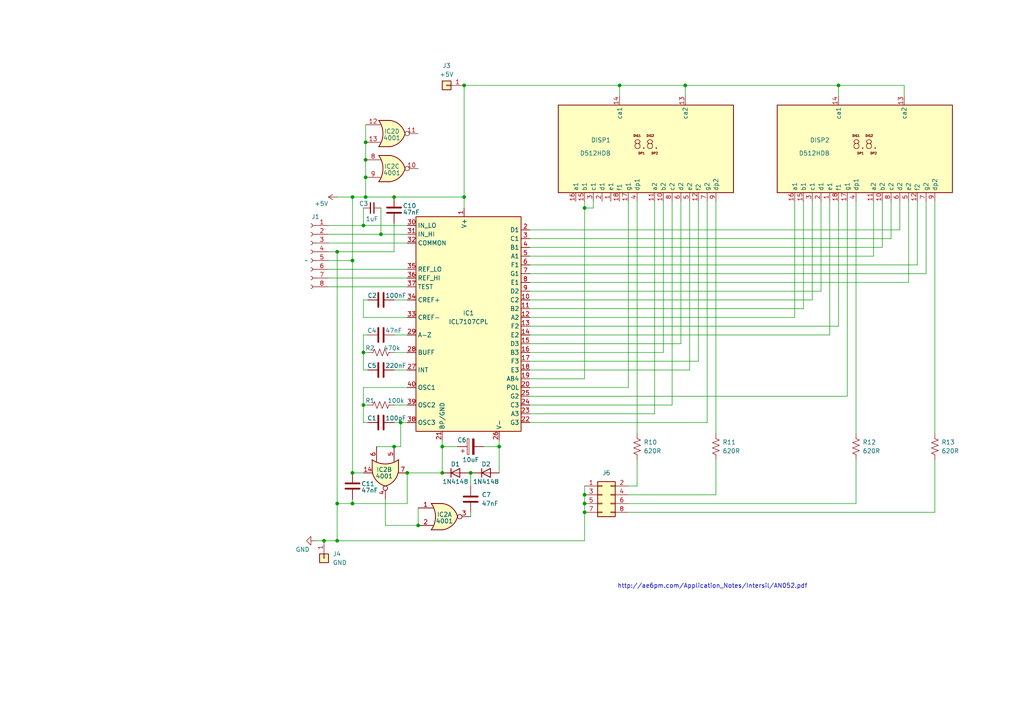
<source format=kicad_sch>
(kicad_sch (version 20230121) (generator eeschema)
  (paper "A4")
  (lib_symbols
    (symbol "4001_1" (pin_names (offset 1.016))
      (property "Reference" "IC2" (at 0 0.635 0))
      (property "Value" "4001" (at 0 -1.27 0))
      (symbol "4001_1_1_1"
        (arc (start -3.81 -3.81) (mid -2.589 0) (end -3.81 3.81) (stroke (width 0.254)))
        (arc (start -0.6096 -3.81) (mid 2.1842 -2.5851) (end 3.81 0) (stroke (width 0.254)) (fill (type background)))
        (polyline (pts (xy -3.81 -3.81) (xy -0.635 -3.81)) (stroke (width 0.254)) (fill (type background)))
        (polyline (pts (xy -3.81 3.81) (xy -0.635 3.81)) (stroke (width 0.254)) (fill (type background)))
        (polyline (pts (xy -0.635 3.81) (xy -3.81 3.81) (xy -3.81 3.81) (xy -3.556 3.4036) (xy -3.0226 2.2606) (xy -2.6924 1.0414) (xy -2.6162 -0.254) (xy -2.7686 -1.4986) (xy -3.175 -2.7178) (xy -3.81 -3.81) (xy -3.81 -3.81) (xy -0.635 -3.81)) (stroke (width -25.4)) (fill (type background)))
        (arc (start 3.81 0) (mid 2.1915 2.5936) (end -0.6096 3.81) (stroke (width 0.254)) (fill (type background)))
        (pin input line (at -7.62 2.54 0) (length 4.318) (name "~") (number "1"))
        (pin input line (at -7.62 -2.54 0) (length 4.318) (name "~") (number "2"))
        (pin output inverted (at 7.62 0 180) (length 3.81) (name "~") (number "3"))
      )
      (symbol "4001_1_1_2"
        (arc (start 0 -3.81) (mid 3.7934 0) (end 0 3.81) (stroke (width 0.254)) (fill (type background)))
        (polyline (pts (xy 0 3.81) (xy -3.81 3.81) (xy -3.81 -3.81) (xy 0 -3.81)) (stroke (width 0.254)) (fill (type background)))
        (pin input inverted (at -7.62 2.54 0) (length 3.81) (name "~") (number "1"))
        (pin input inverted (at -7.62 -2.54 0) (length 3.81) (name "~") (number "2"))
        (pin output line (at 7.62 0 180) (length 3.81) (name "~") (number "3"))
      )
      (symbol "4001_1_2_1"
        (arc (start -3.81 -3.81) (mid -2.589 0) (end -3.81 3.81) (stroke (width 0.254)))
        (arc (start -0.6096 -3.81) (mid 2.1842 -2.5851) (end 3.81 0) (stroke (width 0.254)) (fill (type background)))
        (polyline (pts (xy -3.81 -3.81) (xy -0.635 -3.81)) (stroke (width 0.254)) (fill (type background)))
        (polyline (pts (xy -3.81 3.81) (xy -0.635 3.81)) (stroke (width 0.254)) (fill (type background)))
        (polyline (pts (xy -0.635 3.81) (xy -3.81 3.81) (xy -3.81 3.81) (xy -3.556 3.4036) (xy -3.0226 2.2606) (xy -2.6924 1.0414) (xy -2.6162 -0.254) (xy -2.7686 -1.4986) (xy -3.175 -2.7178) (xy -3.81 -3.81) (xy -3.81 -3.81) (xy -0.635 -3.81)) (stroke (width -25.4)) (fill (type background)))
        (arc (start 3.81 0) (mid 2.1915 2.5936) (end -0.6096 3.81) (stroke (width 0.254)) (fill (type background)))
        (pin power_in line (at 0 -6.35 90) (length 2.54) (name "") (number "14"))
        (pin output inverted (at 7.62 0 180) (length 3.81) (name "~") (number "4"))
        (pin input line (at -7.62 2.54 0) (length 4.318) (name "~") (number "5"))
        (pin input line (at -7.62 -2.54 0) (length 4.318) (name "~") (number "6"))
        (pin power_in line (at 0 6.35 270) (length 2.54) (name "") (number "7"))
      )
      (symbol "4001_1_2_2"
        (arc (start 0 -3.81) (mid 3.7934 0) (end 0 3.81) (stroke (width 0.254)) (fill (type background)))
        (polyline (pts (xy 0 3.81) (xy -3.81 3.81) (xy -3.81 -3.81) (xy 0 -3.81)) (stroke (width 0.254)) (fill (type background)))
        (pin output line (at 7.62 0 180) (length 3.81) (name "~") (number "4"))
        (pin input inverted (at -7.62 2.54 0) (length 3.81) (name "~") (number "5"))
        (pin input inverted (at -7.62 -2.54 0) (length 3.81) (name "~") (number "6"))
      )
      (symbol "4001_1_3_1"
        (arc (start -3.81 -3.81) (mid -2.589 0) (end -3.81 3.81) (stroke (width 0.254)))
        (arc (start -0.6096 -3.81) (mid 2.1842 -2.5851) (end 3.81 0) (stroke (width 0.254)) (fill (type background)))
        (polyline (pts (xy -3.81 -3.81) (xy -0.635 -3.81)) (stroke (width 0.254)) (fill (type background)))
        (polyline (pts (xy -3.81 3.81) (xy -0.635 3.81)) (stroke (width 0.254)) (fill (type background)))
        (polyline (pts (xy -0.635 3.81) (xy -3.81 3.81) (xy -3.81 3.81) (xy -3.556 3.4036) (xy -3.0226 2.2606) (xy -2.6924 1.0414) (xy -2.6162 -0.254) (xy -2.7686 -1.4986) (xy -3.175 -2.7178) (xy -3.81 -3.81) (xy -3.81 -3.81) (xy -0.635 -3.81)) (stroke (width -25.4)) (fill (type background)))
        (arc (start 3.81 0) (mid 2.1915 2.5936) (end -0.6096 3.81) (stroke (width 0.254)) (fill (type background)))
        (pin output inverted (at 7.62 0 180) (length 3.81) (name "~") (number "10"))
        (pin input line (at -7.62 2.54 0) (length 4.318) (name "~") (number "8"))
        (pin input line (at -7.62 -2.54 0) (length 4.318) (name "~") (number "9"))
      )
      (symbol "4001_1_3_2"
        (arc (start 0 -3.81) (mid 3.7934 0) (end 0 3.81) (stroke (width 0.254)) (fill (type background)))
        (polyline (pts (xy 0 3.81) (xy -3.81 3.81) (xy -3.81 -3.81) (xy 0 -3.81)) (stroke (width 0.254)) (fill (type background)))
        (pin output line (at 7.62 0 180) (length 3.81) (name "~") (number "10"))
        (pin input inverted (at -7.62 2.54 0) (length 3.81) (name "~") (number "8"))
        (pin input inverted (at -7.62 -2.54 0) (length 3.81) (name "~") (number "9"))
      )
      (symbol "4001_1_4_1"
        (arc (start -3.81 -3.81) (mid -2.589 0) (end -3.81 3.81) (stroke (width 0.254)))
        (arc (start -0.6096 -3.81) (mid 2.1842 -2.5851) (end 3.81 0) (stroke (width 0.254)) (fill (type background)))
        (polyline (pts (xy -3.81 -3.81) (xy -0.635 -3.81)) (stroke (width 0.254)) (fill (type background)))
        (polyline (pts (xy -3.81 3.81) (xy -0.635 3.81)) (stroke (width 0.254)) (fill (type background)))
        (polyline (pts (xy -0.635 3.81) (xy -3.81 3.81) (xy -3.81 3.81) (xy -3.556 3.4036) (xy -3.0226 2.2606) (xy -2.6924 1.0414) (xy -2.6162 -0.254) (xy -2.7686 -1.4986) (xy -3.175 -2.7178) (xy -3.81 -3.81) (xy -3.81 -3.81) (xy -0.635 -3.81)) (stroke (width -25.4)) (fill (type background)))
        (arc (start 3.81 0) (mid 2.1915 2.5936) (end -0.6096 3.81) (stroke (width 0.254)) (fill (type background)))
        (pin output inverted (at 7.62 0 180) (length 3.81) (name "~") (number "11"))
        (pin input line (at -7.62 2.54 0) (length 4.318) (name "~") (number "12"))
        (pin input line (at -7.62 -2.54 0) (length 4.318) (name "~") (number "13"))
      )
      (symbol "4001_1_4_2"
        (arc (start 0 -3.81) (mid 3.7934 0) (end 0 3.81) (stroke (width 0.254)) (fill (type background)))
        (polyline (pts (xy 0 3.81) (xy -3.81 3.81) (xy -3.81 -3.81) (xy 0 -3.81)) (stroke (width 0.254)) (fill (type background)))
        (pin output line (at 7.62 0 180) (length 3.81) (name "~") (number "11"))
        (pin input inverted (at -7.62 2.54 0) (length 3.81) (name "~") (number "12"))
        (pin input inverted (at -7.62 -2.54 0) (length 3.81) (name "~") (number "13"))
      )
      (symbol "4001_1_5_0"
        (pin power_in line (at 0 12.7 270) (length 5.08) (name "VDD") (number "14"))
        (pin power_in line (at 0 -12.7 90) (length 5.08) (name "VSS") (number "7"))
      )
      (symbol "4001_1_5_1"
        (rectangle (start -5.08 7.62) (end 5.08 -7.62) (stroke (width 0.254)) (fill (type background)))
      )
    )
    (symbol "4001_2" (pin_names (offset 1.016))
      (property "Reference" "U" (at 0 1.27 0))
      (property "Value" "4001" (at 0 -1.27 0))
      (symbol "4001_2_1_1"
        (arc (start -3.81 -3.81) (mid -2.589 0) (end -3.81 3.81) (stroke (width 0.254)))
        (arc (start -0.6096 -3.81) (mid 2.1842 -2.5851) (end 3.81 0) (stroke (width 0.254)) (fill (type background)))
        (polyline (pts (xy -3.81 -3.81) (xy -0.635 -3.81)) (stroke (width 0.254)) (fill (type background)))
        (polyline (pts (xy -3.81 3.81) (xy -0.635 3.81)) (stroke (width 0.254)) (fill (type background)))
        (polyline (pts (xy -0.635 3.81) (xy -3.81 3.81) (xy -3.81 3.81) (xy -3.556 3.4036) (xy -3.0226 2.2606) (xy -2.6924 1.0414) (xy -2.6162 -0.254) (xy -2.7686 -1.4986) (xy -3.175 -2.7178) (xy -3.81 -3.81) (xy -3.81 -3.81) (xy -0.635 -3.81)) (stroke (width -25.4)) (fill (type background)))
        (arc (start 3.81 0) (mid 2.1915 2.5936) (end -0.6096 3.81) (stroke (width 0.254)) (fill (type background)))
        (pin input line (at -7.62 2.54 0) (length 4.318) (name "~") (number "1"))
        (pin input line (at -7.62 -2.54 0) (length 4.318) (name "~") (number "2"))
        (pin output inverted (at 7.62 0 180) (length 3.81) (name "~") (number "3"))
      )
      (symbol "4001_2_1_2"
        (arc (start 0 -3.81) (mid 3.7934 0) (end 0 3.81) (stroke (width 0.254)) (fill (type background)))
        (polyline (pts (xy 0 3.81) (xy -3.81 3.81) (xy -3.81 -3.81) (xy 0 -3.81)) (stroke (width 0.254)) (fill (type background)))
        (pin input inverted (at -7.62 2.54 0) (length 3.81) (name "~") (number "1"))
        (pin input inverted (at -7.62 -2.54 0) (length 3.81) (name "~") (number "2"))
        (pin output line (at 7.62 0 180) (length 3.81) (name "~") (number "3"))
      )
      (symbol "4001_2_2_1"
        (arc (start -3.81 -3.81) (mid -2.589 0) (end -3.81 3.81) (stroke (width 0.254)))
        (arc (start -0.6096 -3.81) (mid 2.1842 -2.5851) (end 3.81 0) (stroke (width 0.254)) (fill (type background)))
        (polyline (pts (xy -3.81 -3.81) (xy -0.635 -3.81)) (stroke (width 0.254)) (fill (type background)))
        (polyline (pts (xy -3.81 3.81) (xy -0.635 3.81)) (stroke (width 0.254)) (fill (type background)))
        (polyline (pts (xy -0.635 3.81) (xy -3.81 3.81) (xy -3.81 3.81) (xy -3.556 3.4036) (xy -3.0226 2.2606) (xy -2.6924 1.0414) (xy -2.6162 -0.254) (xy -2.7686 -1.4986) (xy -3.175 -2.7178) (xy -3.81 -3.81) (xy -3.81 -3.81) (xy -0.635 -3.81)) (stroke (width -25.4)) (fill (type background)))
        (arc (start 3.81 0) (mid 2.1915 2.5936) (end -0.6096 3.81) (stroke (width 0.254)) (fill (type background)))
        (pin output inverted (at 7.62 0 180) (length 3.81) (name "~") (number "4"))
        (pin input line (at -7.62 2.54 0) (length 4.318) (name "~") (number "5"))
        (pin input line (at -7.62 -2.54 0) (length 4.318) (name "~") (number "6"))
      )
      (symbol "4001_2_2_2"
        (arc (start 0 -3.81) (mid 3.7934 0) (end 0 3.81) (stroke (width 0.254)) (fill (type background)))
        (polyline (pts (xy 0 3.81) (xy -3.81 3.81) (xy -3.81 -3.81) (xy 0 -3.81)) (stroke (width 0.254)) (fill (type background)))
        (pin output line (at 7.62 0 180) (length 3.81) (name "~") (number "4"))
        (pin input inverted (at -7.62 2.54 0) (length 3.81) (name "~") (number "5"))
        (pin input inverted (at -7.62 -2.54 0) (length 3.81) (name "~") (number "6"))
      )
      (symbol "4001_2_3_1"
        (arc (start -3.81 -3.81) (mid -2.589 0) (end -3.81 3.81) (stroke (width 0.254)))
        (arc (start -0.6096 -3.81) (mid 2.1842 -2.5851) (end 3.81 0) (stroke (width 0.254)) (fill (type background)))
        (polyline (pts (xy -3.81 -3.81) (xy -0.635 -3.81)) (stroke (width 0.254)) (fill (type background)))
        (polyline (pts (xy -3.81 3.81) (xy -0.635 3.81)) (stroke (width 0.254)) (fill (type background)))
        (polyline (pts (xy -0.635 3.81) (xy -3.81 3.81) (xy -3.81 3.81) (xy -3.556 3.4036) (xy -3.0226 2.2606) (xy -2.6924 1.0414) (xy -2.6162 -0.254) (xy -2.7686 -1.4986) (xy -3.175 -2.7178) (xy -3.81 -3.81) (xy -3.81 -3.81) (xy -0.635 -3.81)) (stroke (width -25.4)) (fill (type background)))
        (arc (start 3.81 0) (mid 2.1915 2.5936) (end -0.6096 3.81) (stroke (width 0.254)) (fill (type background)))
        (pin output inverted (at 7.62 0 180) (length 3.81) (name "~") (number "10"))
        (pin input line (at -7.62 2.54 0) (length 4.318) (name "~") (number "8"))
        (pin input line (at -7.62 -2.54 0) (length 4.318) (name "~") (number "9"))
      )
      (symbol "4001_2_3_2"
        (arc (start 0 -3.81) (mid 3.7934 0) (end 0 3.81) (stroke (width 0.254)) (fill (type background)))
        (polyline (pts (xy 0 3.81) (xy -3.81 3.81) (xy -3.81 -3.81) (xy 0 -3.81)) (stroke (width 0.254)) (fill (type background)))
        (pin output line (at 7.62 0 180) (length 3.81) (name "~") (number "10"))
        (pin input inverted (at -7.62 2.54 0) (length 3.81) (name "~") (number "8"))
        (pin input inverted (at -7.62 -2.54 0) (length 3.81) (name "~") (number "9"))
      )
      (symbol "4001_2_4_1"
        (arc (start -3.81 -3.81) (mid -2.589 0) (end -3.81 3.81) (stroke (width 0.254)))
        (arc (start -0.6096 -3.81) (mid 2.1842 -2.5851) (end 3.81 0) (stroke (width 0.254)) (fill (type background)))
        (polyline (pts (xy -3.81 -3.81) (xy -0.635 -3.81)) (stroke (width 0.254)) (fill (type background)))
        (polyline (pts (xy -3.81 3.81) (xy -0.635 3.81)) (stroke (width 0.254)) (fill (type background)))
        (polyline (pts (xy -0.635 3.81) (xy -3.81 3.81) (xy -3.81 3.81) (xy -3.556 3.4036) (xy -3.0226 2.2606) (xy -2.6924 1.0414) (xy -2.6162 -0.254) (xy -2.7686 -1.4986) (xy -3.175 -2.7178) (xy -3.81 -3.81) (xy -3.81 -3.81) (xy -0.635 -3.81)) (stroke (width -25.4)) (fill (type background)))
        (arc (start 3.81 0) (mid 2.1915 2.5936) (end -0.6096 3.81) (stroke (width 0.254)) (fill (type background)))
        (pin output inverted (at 7.62 0 180) (length 3.81) (name "~") (number "11"))
        (pin input line (at -7.62 2.54 0) (length 4.318) (name "~") (number "12"))
        (pin input line (at -7.62 -2.54 0) (length 4.318) (name "~") (number "13"))
      )
      (symbol "4001_2_4_2"
        (arc (start 0 -3.81) (mid 3.7934 0) (end 0 3.81) (stroke (width 0.254)) (fill (type background)))
        (polyline (pts (xy 0 3.81) (xy -3.81 3.81) (xy -3.81 -3.81) (xy 0 -3.81)) (stroke (width 0.254)) (fill (type background)))
        (pin output line (at 7.62 0 180) (length 3.81) (name "~") (number "11"))
        (pin input inverted (at -7.62 2.54 0) (length 3.81) (name "~") (number "12"))
        (pin input inverted (at -7.62 -2.54 0) (length 3.81) (name "~") (number "13"))
      )
      (symbol "4001_2_5_0"
        (pin power_in line (at 0 12.7 270) (length 5.08) (name "VDD") (number "14"))
        (pin power_in line (at 0 -12.7 90) (length 5.08) (name "VSS") (number "7"))
      )
      (symbol "4001_2_5_1"
        (rectangle (start -5.08 7.62) (end 5.08 -7.62) (stroke (width 0.254)) (fill (type background)))
      )
    )
    (symbol "4xxx:4001" (pin_names (offset 1.016))
      (property "Reference" "IC2" (at 0 0.635 0))
      (property "Value" "4001" (at 0 -1.27 0))
      (symbol "4001_1_1"
        (arc (start -3.81 -3.81) (mid -2.589 0) (end -3.81 3.81) (stroke (width 0.254)))
        (arc (start -0.6096 -3.81) (mid 2.1842 -2.5851) (end 3.81 0) (stroke (width 0.254)) (fill (type background)))
        (polyline (pts (xy -3.81 -3.81) (xy -0.635 -3.81)) (stroke (width 0.254)) (fill (type background)))
        (polyline (pts (xy -3.81 3.81) (xy -0.635 3.81)) (stroke (width 0.254)) (fill (type background)))
        (polyline (pts (xy -0.635 3.81) (xy -3.81 3.81) (xy -3.81 3.81) (xy -3.556 3.4036) (xy -3.0226 2.2606) (xy -2.6924 1.0414) (xy -2.6162 -0.254) (xy -2.7686 -1.4986) (xy -3.175 -2.7178) (xy -3.81 -3.81) (xy -3.81 -3.81) (xy -0.635 -3.81)) (stroke (width -25.4)) (fill (type background)))
        (arc (start 3.81 0) (mid 2.1915 2.5936) (end -0.6096 3.81) (stroke (width 0.254)) (fill (type background)))
        (pin input line (at -7.62 2.54 0) (length 4.318) (name "~") (number "1"))
        (pin input line (at -7.62 -2.54 0) (length 4.318) (name "~") (number "2"))
        (pin output inverted (at 7.62 0 180) (length 3.81) (name "~") (number "3"))
      )
      (symbol "4001_1_2"
        (arc (start 0 -3.81) (mid 3.7934 0) (end 0 3.81) (stroke (width 0.254)) (fill (type background)))
        (polyline (pts (xy 0 3.81) (xy -3.81 3.81) (xy -3.81 -3.81) (xy 0 -3.81)) (stroke (width 0.254)) (fill (type background)))
        (pin input inverted (at -7.62 2.54 0) (length 3.81) (name "~") (number "1"))
        (pin input inverted (at -7.62 -2.54 0) (length 3.81) (name "~") (number "2"))
        (pin output line (at 7.62 0 180) (length 3.81) (name "~") (number "3"))
      )
      (symbol "4001_2_1"
        (arc (start -3.81 -3.81) (mid -2.589 0) (end -3.81 3.81) (stroke (width 0.254)))
        (arc (start -0.6096 -3.81) (mid 2.1842 -2.5851) (end 3.81 0) (stroke (width 0.254)) (fill (type background)))
        (polyline (pts (xy -3.81 -3.81) (xy -0.635 -3.81)) (stroke (width 0.254)) (fill (type background)))
        (polyline (pts (xy -3.81 3.81) (xy -0.635 3.81)) (stroke (width 0.254)) (fill (type background)))
        (polyline (pts (xy -0.635 3.81) (xy -3.81 3.81) (xy -3.81 3.81) (xy -3.556 3.4036) (xy -3.0226 2.2606) (xy -2.6924 1.0414) (xy -2.6162 -0.254) (xy -2.7686 -1.4986) (xy -3.175 -2.7178) (xy -3.81 -3.81) (xy -3.81 -3.81) (xy -0.635 -3.81)) (stroke (width -25.4)) (fill (type background)))
        (arc (start 3.81 0) (mid 2.1915 2.5936) (end -0.6096 3.81) (stroke (width 0.254)) (fill (type background)))
        (pin power_in line (at 0 -6.35 90) (length 2.54) (name "") (number "14"))
        (pin output inverted (at 7.62 0 180) (length 3.81) (name "~") (number "4"))
        (pin input line (at -7.62 2.54 0) (length 4.318) (name "~") (number "5"))
        (pin input line (at -7.62 -2.54 0) (length 4.318) (name "~") (number "6"))
        (pin power_in line (at 0 6.35 270) (length 2.54) (name "") (number "7"))
      )
      (symbol "4001_2_2"
        (arc (start 0 -3.81) (mid 3.7934 0) (end 0 3.81) (stroke (width 0.254)) (fill (type background)))
        (polyline (pts (xy 0 3.81) (xy -3.81 3.81) (xy -3.81 -3.81) (xy 0 -3.81)) (stroke (width 0.254)) (fill (type background)))
        (pin output line (at 7.62 0 180) (length 3.81) (name "~") (number "4"))
        (pin input inverted (at -7.62 2.54 0) (length 3.81) (name "~") (number "5"))
        (pin input inverted (at -7.62 -2.54 0) (length 3.81) (name "~") (number "6"))
      )
      (symbol "4001_3_1"
        (arc (start -3.81 -3.81) (mid -2.589 0) (end -3.81 3.81) (stroke (width 0.254)))
        (arc (start -0.6096 -3.81) (mid 2.1842 -2.5851) (end 3.81 0) (stroke (width 0.254)) (fill (type background)))
        (polyline (pts (xy -3.81 -3.81) (xy -0.635 -3.81)) (stroke (width 0.254)) (fill (type background)))
        (polyline (pts (xy -3.81 3.81) (xy -0.635 3.81)) (stroke (width 0.254)) (fill (type background)))
        (polyline (pts (xy -0.635 3.81) (xy -3.81 3.81) (xy -3.81 3.81) (xy -3.556 3.4036) (xy -3.0226 2.2606) (xy -2.6924 1.0414) (xy -2.6162 -0.254) (xy -2.7686 -1.4986) (xy -3.175 -2.7178) (xy -3.81 -3.81) (xy -3.81 -3.81) (xy -0.635 -3.81)) (stroke (width -25.4)) (fill (type background)))
        (arc (start 3.81 0) (mid 2.1915 2.5936) (end -0.6096 3.81) (stroke (width 0.254)) (fill (type background)))
        (pin output inverted (at 7.62 0 180) (length 3.81) (name "~") (number "10"))
        (pin input line (at -7.62 2.54 0) (length 4.318) (name "~") (number "8"))
        (pin input line (at -7.62 -2.54 0) (length 4.318) (name "~") (number "9"))
      )
      (symbol "4001_3_2"
        (arc (start 0 -3.81) (mid 3.7934 0) (end 0 3.81) (stroke (width 0.254)) (fill (type background)))
        (polyline (pts (xy 0 3.81) (xy -3.81 3.81) (xy -3.81 -3.81) (xy 0 -3.81)) (stroke (width 0.254)) (fill (type background)))
        (pin output line (at 7.62 0 180) (length 3.81) (name "~") (number "10"))
        (pin input inverted (at -7.62 2.54 0) (length 3.81) (name "~") (number "8"))
        (pin input inverted (at -7.62 -2.54 0) (length 3.81) (name "~") (number "9"))
      )
      (symbol "4001_4_1"
        (arc (start -3.81 -3.81) (mid -2.589 0) (end -3.81 3.81) (stroke (width 0.254)))
        (arc (start -0.6096 -3.81) (mid 2.1842 -2.5851) (end 3.81 0) (stroke (width 0.254)) (fill (type background)))
        (polyline (pts (xy -3.81 -3.81) (xy -0.635 -3.81)) (stroke (width 0.254)) (fill (type background)))
        (polyline (pts (xy -3.81 3.81) (xy -0.635 3.81)) (stroke (width 0.254)) (fill (type background)))
        (polyline (pts (xy -0.635 3.81) (xy -3.81 3.81) (xy -3.81 3.81) (xy -3.556 3.4036) (xy -3.0226 2.2606) (xy -2.6924 1.0414) (xy -2.6162 -0.254) (xy -2.7686 -1.4986) (xy -3.175 -2.7178) (xy -3.81 -3.81) (xy -3.81 -3.81) (xy -0.635 -3.81)) (stroke (width -25.4)) (fill (type background)))
        (arc (start 3.81 0) (mid 2.1915 2.5936) (end -0.6096 3.81) (stroke (width 0.254)) (fill (type background)))
        (pin output inverted (at 7.62 0 180) (length 3.81) (name "~") (number "11"))
        (pin input line (at -7.62 2.54 0) (length 4.318) (name "~") (number "12"))
        (pin input line (at -7.62 -2.54 0) (length 4.318) (name "~") (number "13"))
      )
      (symbol "4001_4_2"
        (arc (start 0 -3.81) (mid 3.7934 0) (end 0 3.81) (stroke (width 0.254)) (fill (type background)))
        (polyline (pts (xy 0 3.81) (xy -3.81 3.81) (xy -3.81 -3.81) (xy 0 -3.81)) (stroke (width 0.254)) (fill (type background)))
        (pin output line (at 7.62 0 180) (length 3.81) (name "~") (number "11"))
        (pin input inverted (at -7.62 2.54 0) (length 3.81) (name "~") (number "12"))
        (pin input inverted (at -7.62 -2.54 0) (length 3.81) (name "~") (number "13"))
      )
      (symbol "4001_5_0"
        (pin power_in line (at 0 12.7 270) (length 5.08) (name "VDD") (number "14"))
        (pin power_in line (at 0 -12.7 90) (length 5.08) (name "VSS") (number "7"))
      )
      (symbol "4001_5_1"
        (rectangle (start -5.08 7.62) (end 5.08 -7.62) (stroke (width 0.254)) (fill (type background)))
      )
    )
    (symbol "Analog_ADC:ICL7107CPL"
      (property "Reference" "IC1" (at -2.54 3.81 0))
      (property "Value" "ICL7107CPL" (at -2.54 1.27 0))
      (symbol "ICL7107CPL_0_1"
        (rectangle (start -17.78 31.75) (end 12.7 -30.48) (stroke (width 0.254)) (fill (type background)))
      )
      (symbol "ICL7107CPL_1_1"
        (pin power_in line (at -1.27 34.29 270) (length 2.54) (name "V+") (number "1"))
        (pin output line (at -20.32 7.62 0) (length 2.54) (name "C2") (number "10"))
        (pin output line (at -20.32 5.08 0) (length 2.54) (name "B2") (number "11"))
        (pin output line (at -20.32 2.54 0) (length 2.54) (name "A2") (number "12"))
        (pin output line (at -20.32 0 0) (length 2.54) (name "F2") (number "13"))
        (pin output line (at -20.32 -2.54 0) (length 2.54) (name "E2") (number "14"))
        (pin output line (at -20.32 -5.08 0) (length 2.54) (name "D3") (number "15"))
        (pin output line (at -20.32 -7.62 0) (length 2.54) (name "B3") (number "16"))
        (pin output line (at -20.32 -10.16 0) (length 2.54) (name "F3") (number "17"))
        (pin output line (at -20.32 -12.7 0) (length 2.54) (name "E3") (number "18"))
        (pin output line (at -20.32 -15.24 0) (length 2.54) (name "AB4") (number "19"))
        (pin output line (at -20.32 27.94 0) (length 2.54) (name "D1") (number "2"))
        (pin output line (at -20.32 -17.78 0) (length 2.54) (name "POL") (number "20"))
        (pin bidirectional line (at 5.08 -33.02 90) (length 2.54) (name "BP/GND") (number "21"))
        (pin output line (at -20.32 -27.94 0) (length 2.54) (name "G3") (number "22"))
        (pin output line (at -20.32 -25.4 0) (length 2.54) (name "A3") (number "23"))
        (pin output line (at -20.32 -22.86 0) (length 2.54) (name "C3") (number "24"))
        (pin output line (at -20.32 -20.32 0) (length 2.54) (name "G2") (number "25"))
        (pin power_in line (at -11.43 -33.02 90) (length 2.54) (name "V-") (number "26"))
        (pin passive line (at 15.24 -12.7 180) (length 2.54) (name "INT") (number "27"))
        (pin output line (at 15.24 -7.62 180) (length 2.54) (name "BUFF") (number "28"))
        (pin passive line (at 15.24 -2.54 180) (length 2.54) (name "A-Z") (number "29"))
        (pin output line (at -20.32 25.4 0) (length 2.54) (name "C1") (number "3"))
        (pin input line (at 15.24 29.21 180) (length 2.54) (name "IN_LO") (number "30"))
        (pin input line (at 15.24 26.67 180) (length 2.54) (name "IN_HI") (number "31"))
        (pin output line (at 15.24 24.13 180) (length 2.54) (name "COMMON") (number "32"))
        (pin passive line (at 15.24 2.54 180) (length 2.54) (name "CREF-") (number "33"))
        (pin passive line (at 15.24 7.62 180) (length 2.54) (name "CREF+") (number "34"))
        (pin passive line (at 15.24 16.51 180) (length 2.54) (name "REF_LO") (number "35"))
        (pin passive line (at 15.24 13.97 180) (length 2.54) (name "REF_HI") (number "36"))
        (pin passive line (at 15.24 11.43 180) (length 2.54) (name "TEST") (number "37"))
        (pin passive line (at 15.24 -27.94 180) (length 2.54) (name "OSC3") (number "38"))
        (pin passive line (at 15.24 -22.86 180) (length 2.54) (name "OSC2") (number "39"))
        (pin output line (at -20.32 22.86 0) (length 2.54) (name "B1") (number "4"))
        (pin passive line (at 15.24 -17.78 180) (length 2.54) (name "OSC1") (number "40"))
        (pin output line (at -20.32 20.32 0) (length 2.54) (name "A1") (number "5"))
        (pin output line (at -20.32 17.78 0) (length 2.54) (name "F1") (number "6"))
        (pin output line (at -20.32 15.24 0) (length 2.54) (name "G1") (number "7"))
        (pin output line (at -20.32 12.7 0) (length 2.54) (name "E1") (number "8"))
        (pin output line (at -20.32 10.16 0) (length 2.54) (name "D2") (number "9"))
      )
    )
    (symbol "Connector:Conn_01x08_Socket" (pin_names (offset 1.016) hide)
      (property "Reference" "J" (at 0 10.16 0))
      (property "Value" "Conn_01x08_Socket" (at 0 -12.7 0))
      (symbol "Conn_01x08_Socket_1_1"
        (arc (start 0 -9.652) (mid -0.5058 -10.16) (end 0 -10.668) (stroke (width 0.1524)))
        (arc (start 0 -7.112) (mid -0.5058 -7.62) (end 0 -8.128) (stroke (width 0.1524)))
        (arc (start 0 -4.572) (mid -0.5058 -5.08) (end 0 -5.588) (stroke (width 0.1524)))
        (arc (start 0 -2.032) (mid -0.5058 -2.54) (end 0 -3.048) (stroke (width 0.1524)))
        (polyline (pts (xy -1.27 -10.16) (xy -0.508 -10.16)) (stroke (width 0.1524)))
        (polyline (pts (xy -1.27 -7.62) (xy -0.508 -7.62)) (stroke (width 0.1524)))
        (polyline (pts (xy -1.27 -5.08) (xy -0.508 -5.08)) (stroke (width 0.1524)))
        (polyline (pts (xy -1.27 -2.54) (xy -0.508 -2.54)) (stroke (width 0.1524)))
        (polyline (pts (xy -1.27 0) (xy -0.508 0)) (stroke (width 0.1524)))
        (polyline (pts (xy -1.27 2.54) (xy -0.508 2.54)) (stroke (width 0.1524)))
        (polyline (pts (xy -1.27 5.08) (xy -0.508 5.08)) (stroke (width 0.1524)))
        (polyline (pts (xy -1.27 7.62) (xy -0.508 7.62)) (stroke (width 0.1524)))
        (arc (start 0 0.508) (mid -0.5058 0) (end 0 -0.508) (stroke (width 0.1524)))
        (arc (start 0 3.048) (mid -0.5058 2.54) (end 0 2.032) (stroke (width 0.1524)))
        (arc (start 0 5.588) (mid -0.5058 5.08) (end 0 4.572) (stroke (width 0.1524)))
        (arc (start 0 8.128) (mid -0.5058 7.62) (end 0 7.112) (stroke (width 0.1524)))
        (pin passive line (at -5.08 7.62 0) (length 3.81) (name "Pin_1") (number "1"))
        (pin passive line (at -5.08 5.08 0) (length 3.81) (name "Pin_2") (number "2"))
        (pin passive line (at -5.08 2.54 0) (length 3.81) (name "Pin_3") (number "3"))
        (pin passive line (at -5.08 0 0) (length 3.81) (name "Pin_4") (number "4"))
        (pin passive line (at -5.08 -2.54 0) (length 3.81) (name "Pin_5") (number "5"))
        (pin passive line (at -5.08 -5.08 0) (length 3.81) (name "Pin_6") (number "6"))
        (pin passive line (at -5.08 -7.62 0) (length 3.81) (name "Pin_7") (number "7"))
        (pin passive line (at -5.08 -10.16 0) (length 3.81) (name "Pin_8") (number "8"))
      )
    )
    (symbol "Connector_Generic:Conn_01x01" (pin_names (offset 1.016) hide)
      (property "Reference" "J" (at 0 2.54 0))
      (property "Value" "Conn_01x01" (at 0 -2.54 0))
      (symbol "Conn_01x01_1_1"
        (rectangle (start -1.27 0.127) (end 0 -0.127) (stroke (width 0.1524)))
        (rectangle (start -1.27 1.27) (end 1.27 -1.27) (stroke (width 0.254)) (fill (type background)))
        (pin passive line (at -5.08 0 0) (length 3.81) (name "Pin_1") (number "1"))
      )
    )
    (symbol "Connector_Generic:Conn_02x04_Odd_Even" (pin_names (offset 1.016) hide)
      (property "Reference" "J" (at 1.27 5.08 0))
      (property "Value" "Conn_02x04_Odd_Even" (at 1.27 -7.62 0))
      (symbol "Conn_02x04_Odd_Even_1_1"
        (rectangle (start -1.27 -4.953) (end 0 -5.207) (stroke (width 0.1524)))
        (rectangle (start -1.27 -2.413) (end 0 -2.667) (stroke (width 0.1524)))
        (rectangle (start -1.27 0.127) (end 0 -0.127) (stroke (width 0.1524)))
        (rectangle (start -1.27 2.667) (end 0 2.413) (stroke (width 0.1524)))
        (rectangle (start -1.27 3.81) (end 3.81 -6.35) (stroke (width 0.254)) (fill (type background)))
        (rectangle (start 3.81 -4.953) (end 2.54 -5.207) (stroke (width 0.1524)))
        (rectangle (start 3.81 -2.413) (end 2.54 -2.667) (stroke (width 0.1524)))
        (rectangle (start 3.81 0.127) (end 2.54 -0.127) (stroke (width 0.1524)))
        (rectangle (start 3.81 2.667) (end 2.54 2.413) (stroke (width 0.1524)))
        (pin passive line (at -5.08 2.54 0) (length 3.81) (name "Pin_1") (number "1"))
        (pin passive line (at 7.62 2.54 180) (length 3.81) (name "Pin_2") (number "2"))
        (pin passive line (at -5.08 0 0) (length 3.81) (name "Pin_3") (number "3"))
        (pin passive line (at 7.62 0 180) (length 3.81) (name "Pin_4") (number "4"))
        (pin passive line (at -5.08 -2.54 0) (length 3.81) (name "Pin_5") (number "5"))
        (pin passive line (at 7.62 -2.54 180) (length 3.81) (name "Pin_6") (number "6"))
        (pin passive line (at -5.08 -5.08 0) (length 3.81) (name "Pin_7") (number "7"))
        (pin passive line (at 7.62 -5.08 180) (length 3.81) (name "Pin_8") (number "8"))
      )
    )
    (symbol "Device:C" (pin_numbers hide) (pin_names (offset 0.254))
      (property "Reference" "C" (at 0.635 2.54 0))
      (property "Value" "C" (at 0.635 -2.54 0))
      (symbol "C_0_1"
        (polyline (pts (xy -2.032 -0.762) (xy 2.032 -0.762)) (stroke (width 0.508)))
        (polyline (pts (xy -2.032 0.762) (xy 2.032 0.762)) (stroke (width 0.508)))
      )
      (symbol "C_1_1"
        (pin passive line (at 0 3.81 270) (length 2.794) (name "~") (number "1"))
        (pin passive line (at 0 -3.81 90) (length 2.794) (name "~") (number "2"))
      )
    )
    (symbol "Device:C_Polarized" (pin_numbers hide) (pin_names (offset 0.254))
      (property "Reference" "C" (at 0.635 2.54 0))
      (property "Value" "C_Polarized" (at 0.635 -2.54 0))
      (symbol "C_Polarized_0_1"
        (rectangle (start -2.286 0.508) (end 2.286 1.016))
        (polyline (pts (xy -1.778 2.286) (xy -0.762 2.286)))
        (polyline (pts (xy -1.27 2.794) (xy -1.27 1.778)))
        (rectangle (start 2.286 -0.508) (end -2.286 -1.016) (fill (type outline)))
      )
      (symbol "C_Polarized_1_1"
        (pin passive line (at 0 3.81 270) (length 2.794) (name "~") (number "1"))
        (pin passive line (at 0 -3.81 90) (length 2.794) (name "~") (number "2"))
      )
    )
    (symbol "Device:C_Small" (pin_numbers hide) (pin_names (offset 0.254) hide)
      (property "Reference" "C" (at 0.254 1.778 0))
      (property "Value" "C_Small" (at 0.254 -2.032 0))
      (symbol "C_Small_0_1"
        (polyline (pts (xy -1.524 -0.508) (xy 1.524 -0.508)) (stroke (width 0.3302)))
        (polyline (pts (xy -1.524 0.508) (xy 1.524 0.508)) (stroke (width 0.3048)))
      )
      (symbol "C_Small_1_1"
        (pin passive line (at 0 2.54 270) (length 2.032) (name "~") (number "1"))
        (pin passive line (at 0 -2.54 90) (length 2.032) (name "~") (number "2"))
      )
    )
    (symbol "Device:D" (pin_numbers hide) (pin_names (offset 1.016) hide)
      (property "Reference" "D" (at 0 2.54 0))
      (property "Value" "D" (at 0 -2.54 0))
      (symbol "D_0_1"
        (polyline (pts (xy -1.27 1.27) (xy -1.27 -1.27)) (stroke (width 0.254)))
        (polyline (pts (xy 1.27 0) (xy -1.27 0)))
        (polyline (pts (xy 1.27 1.27) (xy 1.27 -1.27) (xy -1.27 0) (xy 1.27 1.27)) (stroke (width 0.254)))
      )
      (symbol "D_1_1"
        (pin passive line (at -3.81 0 0) (length 2.54) (name "K") (number "1"))
        (pin passive line (at 3.81 0 180) (length 2.54) (name "A") (number "2"))
      )
    )
    (symbol "Device:R_US" (pin_numbers hide) (pin_names (offset 0))
      (property "Reference" "R" (at 2.54 0 90))
      (property "Value" "R_US" (at -2.54 0 90))
      (symbol "R_US_0_1"
        (polyline (pts (xy 0 -2.286) (xy 0 -2.54)))
        (polyline (pts (xy 0 2.286) (xy 0 2.54)))
        (polyline (pts (xy 0 -0.762) (xy 1.016 -1.143) (xy 0 -1.524) (xy -1.016 -1.905) (xy 0 -2.286)))
        (polyline (pts (xy 0 0.762) (xy 1.016 0.381) (xy 0 0) (xy -1.016 -0.381) (xy 0 -0.762)))
        (polyline (pts (xy 0 2.286) (xy 1.016 1.905) (xy 0 1.524) (xy -1.016 1.143) (xy 0 0.762)))
      )
      (symbol "R_US_1_1"
        (pin passive line (at 0 3.81 270) (length 1.27) (name "~") (number "1"))
        (pin passive line (at 0 -3.81 90) (length 1.27) (name "~") (number "2"))
      )
    )
    (symbol "Display_Character:DA56-11EWA"
      (property "Reference" "U1" (at 1.27 -13.97 90))
      (property "Value" "DA56-11EWA" (at -2.54 -13.97 90))
      (symbol "DA56-11EWA_0_0"
        (text "8.8." (at 0 1.27 0) (effects (font (size 2.54 2.54))))
        (text "DIG1" (at -2.54 3.81 0) (effects (font (size 0.635 0.635))))
        (text "DIG2" (at 1.27 3.81 0) (effects (font (size 0.635 0.635))))
        (text "DP1" (at -1.27 -1.27 0) (effects (font (size 0.635 0.635))))
        (text "DP2" (at 2.54 -1.27 0) (effects (font (size 0.635 0.635))))
      )
      (symbol "DA56-11EWA_0_1"
        (rectangle (start -25.4 12.7) (end 25.4 -12.7) (stroke (width 0.254)) (fill (type background)))
      )
      (symbol "DA56-11EWA_1_1"
        (pin input line (at -10.16 -15.24 90) (length 2.54) (name "e1") (number "1"))
        (pin input line (at 5.08 -15.24 90) (length 2.54) (name "b2") (number "10"))
        (pin input line (at 2.54 -15.24 90) (length 2.54) (name "a2") (number "11"))
        (pin input line (at 15.24 -15.24 90) (length 2.54) (name "f2") (number "12"))
        (pin input line (at 11.43 15.24 270) (length 2.54) (name "ca2") (number "13"))
        (pin input line (at -7.62 15.24 270) (length 2.54) (name "ca1") (number "14"))
        (pin input line (at -17.78 -15.24 90) (length 2.54) (name "b1") (number "15"))
        (pin input line (at -20.32 -15.24 90) (length 2.54) (name "a1") (number "16"))
        (pin input line (at -5.08 -15.24 90) (length 2.54) (name "g1") (number "17"))
        (pin input line (at -7.62 -15.24 90) (length 2.54) (name "f1") (number "18"))
        (pin input line (at -12.7 -15.24 90) (length 2.54) (name "d1") (number "2"))
        (pin input line (at -15.24 -15.24 90) (length 2.54) (name "c1") (number "3"))
        (pin input line (at -2.54 -15.24 90) (length 2.54) (name "dp1") (number "4"))
        (pin input line (at 12.7 -15.24 90) (length 2.54) (name "e2") (number "5"))
        (pin input line (at 10.16 -15.24 90) (length 2.54) (name "d2") (number "6"))
        (pin input line (at 17.78 -15.24 90) (length 2.54) (name "g2") (number "7"))
        (pin input line (at 7.62 -15.24 90) (length 2.54) (name "c2") (number "8"))
        (pin input line (at 20.32 -15.24 90) (length 2.54) (name "dp2") (number "9"))
      )
    )
    (symbol "power:+5V" (power) (pin_names (offset 0))
      (property "Value" "+5V" (at 0 3.556 0))
      (symbol "+5V_0_1"
        (polyline (pts (xy -0.762 1.27) (xy 0 2.54)))
        (polyline (pts (xy 0 0) (xy 0 2.54)))
        (polyline (pts (xy 0 2.54) (xy 0.762 1.27)))
      )
      (symbol "+5V_1_1"
        (pin power_in line (at 0 0 90) (length 0) hide (name "+5V") (number "1"))
      )
    )
    (symbol "power:GND" (power) (pin_names (offset 0))
      (property "Value" "GND" (at 0 -3.81 0))
      (symbol "GND_0_1"
        (polyline (pts (xy 0 0) (xy 0 -1.27) (xy 1.27 -1.27) (xy 0 -2.54) (xy -1.27 -1.27) (xy 0 -1.27)))
      )
      (symbol "GND_1_1"
        (pin power_in line (at 0 0 270) (length 0) hide (name "GND") (number "1"))
      )
    )
  )
  (junction (at 179.705 24.765))
  (junction (at 114.3 129.54))
  (junction (at 105.41 117.475))
  (junction (at 118.11 137.16))
  (junction (at 97.79 146.05))
  (junction (at 102.235 146.05))
  (junction (at 136.525 137.16))
  (junction (at 134.62 57.15))
  (junction (at 134.62 24.765))
  (junction (at 93.98 156.845))
  (junction (at 110.49 67.945))
  (junction (at 102.235 75.565))
  (junction (at 105.41 65.405))
  (junction (at 198.755 24.765))
  (junction (at 128.27 137.16))
  (junction (at 169.545 146.05))
  (junction (at 106.045 46.355))
  (junction (at 243.205 24.765))
  (junction (at 169.545 60.325))
  (junction (at 106.045 57.15))
  (junction (at 106.045 51.435))
  (junction (at 102.235 57.15))
  (junction (at 121.285 152.4))
  (junction (at 114.3 57.15))
  (junction (at 116.205 122.555))
  (junction (at 105.41 102.235))
  (junction (at 97.79 156.845))
  (junction (at 106.045 41.275))
  (junction (at 97.79 73.025))
  (junction (at 102.235 137.16))
  (junction (at 144.78 129.54))
  (junction (at 169.545 143.51))
  (junction (at 128.27 129.54))
  (junction (at 169.545 148.59))
  (wire (pts (xy 111.76 152.4) (xy 121.285 152.4)))
  (wire (pts (xy 153.67 94.615) (xy 243.205 94.615)))
  (wire (pts (xy 105.41 122.555) (xy 106.68 122.555)))
  (wire (pts (xy 263.525 58.42) (xy 263.525 81.915)))
  (wire (pts (xy 184.785 58.42) (xy 184.785 125.73)))
  (wire (pts (xy 169.545 148.59) (xy 169.545 156.845)))
  (wire (pts (xy 240.665 97.155) (xy 240.665 58.42)))
  (wire (pts (xy 179.705 24.765) (xy 198.755 24.765)))
  (wire (pts (xy 102.235 144.78) (xy 102.235 146.05)))
  (wire (pts (xy 102.235 146.05) (xy 118.11 146.05)))
  (wire (pts (xy 105.41 122.555) (xy 105.41 117.475)))
  (wire (pts (xy 153.67 97.155) (xy 240.665 97.155)))
  (wire (pts (xy 114.3 102.235) (xy 118.11 102.235)))
  (wire (pts (xy 243.205 94.615) (xy 243.205 58.42)))
  (wire (pts (xy 134.62 24.765) (xy 134.62 57.15)))
  (wire (pts (xy 102.235 57.15) (xy 106.045 57.15)))
  (wire (pts (xy 105.41 117.475) (xy 105.41 112.395)))
  (wire (pts (xy 153.67 92.075) (xy 230.505 92.075)))
  (wire (pts (xy 182.245 140.97) (xy 184.785 140.97)))
  (wire (pts (xy 97.79 73.025) (xy 97.79 146.05)))
  (wire (pts (xy 153.67 109.855) (xy 169.545 109.855)))
  (wire (pts (xy 97.79 156.845) (xy 97.79 146.05)))
  (wire (pts (xy 271.145 58.42) (xy 271.145 125.73)))
  (wire (pts (xy 110.49 60.325) (xy 110.49 67.945)))
  (wire (pts (xy 102.235 75.565) (xy 102.235 57.15)))
  (wire (pts (xy 200.025 107.315) (xy 200.025 58.42)))
  (wire (pts (xy 121.285 152.4) (xy 121.285 147.32)))
  (wire (pts (xy 105.41 97.155) (xy 106.68 97.155)))
  (wire (pts (xy 95.25 80.645) (xy 118.11 80.645)))
  (wire (pts (xy 105.41 107.315) (xy 105.41 102.235)))
  (wire (pts (xy 95.25 67.945) (xy 110.49 67.945)))
  (wire (pts (xy 248.285 146.05) (xy 248.285 133.35)))
  (wire (pts (xy 205.105 122.555) (xy 205.105 58.42)))
  (wire (pts (xy 105.41 117.475) (xy 106.68 117.475)))
  (wire (pts (xy 106.045 51.435) (xy 106.045 57.15)))
  (wire (pts (xy 128.27 137.16) (xy 128.27 129.54)))
  (wire (pts (xy 105.41 137.16) (xy 102.235 137.16)))
  (wire (pts (xy 262.255 24.765) (xy 262.255 27.94)))
  (wire (pts (xy 109.22 129.54) (xy 114.3 129.54)))
  (wire (pts (xy 260.985 66.675) (xy 260.985 58.42)))
  (wire (pts (xy 235.585 86.995) (xy 235.585 58.42)))
  (wire (pts (xy 105.41 102.235) (xy 106.68 102.235)))
  (wire (pts (xy 184.785 133.35) (xy 184.785 140.97)))
  (wire (pts (xy 140.335 129.54) (xy 144.78 129.54)))
  (wire (pts (xy 114.3 73.025) (xy 97.79 73.025)))
  (wire (pts (xy 243.205 24.765) (xy 262.255 24.765)))
  (wire (pts (xy 245.745 114.935) (xy 245.745 58.42)))
  (wire (pts (xy 95.25 75.565) (xy 102.235 75.565)))
  (wire (pts (xy 114.3 107.315) (xy 118.11 107.315)))
  (wire (pts (xy 268.605 79.375) (xy 268.605 58.42)))
  (wire (pts (xy 230.505 92.075) (xy 230.505 58.42)))
  (wire (pts (xy 118.11 92.075) (xy 105.41 92.075)))
  (wire (pts (xy 182.245 146.05) (xy 248.285 146.05)))
  (wire (pts (xy 248.285 58.42) (xy 248.285 125.73)))
  (wire (pts (xy 169.545 146.05) (xy 169.545 148.59)))
  (wire (pts (xy 95.25 65.405) (xy 105.41 65.405)))
  (wire (pts (xy 106.68 107.315) (xy 105.41 107.315)))
  (wire (pts (xy 153.67 104.775) (xy 202.565 104.775)))
  (wire (pts (xy 105.41 112.395) (xy 118.11 112.395)))
  (wire (pts (xy 153.67 66.675) (xy 260.985 66.675)))
  (wire (pts (xy 202.565 104.775) (xy 202.565 58.42)))
  (wire (pts (xy 134.62 24.765) (xy 179.705 24.765)))
  (wire (pts (xy 153.67 76.835) (xy 266.065 76.835)))
  (wire (pts (xy 169.545 60.325) (xy 169.545 58.42)))
  (wire (pts (xy 136.525 137.16) (xy 137.16 137.16)))
  (wire (pts (xy 144.78 127.635) (xy 144.78 129.54)))
  (wire (pts (xy 255.905 58.42) (xy 255.905 71.755)))
  (wire (pts (xy 144.78 129.54) (xy 144.78 137.16)))
  (wire (pts (xy 118.11 146.05) (xy 118.11 137.16)))
  (wire (pts (xy 253.365 74.295) (xy 253.365 58.42)))
  (wire (pts (xy 105.41 86.995) (xy 106.68 86.995)))
  (wire (pts (xy 105.41 102.235) (xy 105.41 97.155)))
  (wire (pts (xy 106.045 57.15) (xy 114.3 57.15)))
  (wire (pts (xy 172.085 60.325) (xy 169.545 60.325)))
  (wire (pts (xy 169.545 109.855) (xy 169.545 60.325)))
  (wire (pts (xy 238.125 58.42) (xy 238.125 84.455)))
  (wire (pts (xy 153.67 122.555) (xy 205.105 122.555)))
  (wire (pts (xy 258.445 69.215) (xy 258.445 58.42)))
  (wire (pts (xy 95.25 83.185) (xy 118.11 83.185)))
  (wire (pts (xy 93.98 156.845) (xy 97.79 156.845)))
  (wire (pts (xy 194.945 117.475) (xy 194.945 58.42)))
  (wire (pts (xy 114.3 57.15) (xy 134.62 57.15)))
  (wire (pts (xy 134.62 57.15) (xy 134.62 60.325)))
  (wire (pts (xy 153.67 71.755) (xy 255.905 71.755)))
  (wire (pts (xy 135.89 137.16) (xy 136.525 137.16)))
  (wire (pts (xy 153.67 120.015) (xy 189.865 120.015)))
  (wire (pts (xy 114.3 122.555) (xy 116.205 122.555)))
  (wire (pts (xy 114.3 117.475) (xy 118.11 117.475)))
  (wire (pts (xy 153.67 99.695) (xy 197.485 99.695)))
  (wire (pts (xy 153.67 79.375) (xy 268.605 79.375)))
  (wire (pts (xy 106.045 41.275) (xy 106.045 46.355)))
  (wire (pts (xy 95.25 78.105) (xy 118.11 78.105)))
  (wire (pts (xy 189.865 120.015) (xy 189.865 58.42)))
  (wire (pts (xy 97.79 156.845) (xy 169.545 156.845)))
  (wire (pts (xy 172.085 58.42) (xy 172.085 60.325)))
  (wire (pts (xy 207.645 58.42) (xy 207.645 125.73)))
  (wire (pts (xy 153.67 84.455) (xy 238.125 84.455)))
  (wire (pts (xy 153.67 112.395) (xy 182.245 112.395)))
  (wire (pts (xy 105.41 65.405) (xy 118.11 65.405)))
  (wire (pts (xy 153.67 81.915) (xy 263.525 81.915)))
  (wire (pts (xy 114.3 86.995) (xy 118.11 86.995)))
  (wire (pts (xy 153.67 86.995) (xy 235.585 86.995)))
  (wire (pts (xy 136.525 137.16) (xy 136.525 140.97)))
  (wire (pts (xy 192.405 102.235) (xy 192.405 58.42)))
  (wire (pts (xy 243.205 24.765) (xy 243.205 27.94)))
  (wire (pts (xy 91.44 156.845) (xy 93.98 156.845)))
  (wire (pts (xy 114.3 129.54) (xy 116.205 129.54)))
  (wire (pts (xy 179.705 24.765) (xy 179.705 27.94)))
  (wire (pts (xy 169.545 143.51) (xy 169.545 146.05)))
  (wire (pts (xy 153.67 69.215) (xy 258.445 69.215)))
  (wire (pts (xy 153.67 107.315) (xy 200.025 107.315)))
  (wire (pts (xy 153.67 114.935) (xy 245.745 114.935)))
  (wire (pts (xy 97.79 146.05) (xy 102.235 146.05)))
  (wire (pts (xy 266.065 76.835) (xy 266.065 58.42)))
  (wire (pts (xy 128.27 127.635) (xy 128.27 129.54)))
  (wire (pts (xy 153.67 89.535) (xy 233.045 89.535)))
  (wire (pts (xy 136.525 149.86) (xy 136.525 148.59)))
  (wire (pts (xy 110.49 67.945) (xy 118.11 67.945)))
  (wire (pts (xy 207.645 143.51) (xy 207.645 133.35)))
  (wire (pts (xy 111.76 144.78) (xy 111.76 152.4)))
  (wire (pts (xy 182.245 112.395) (xy 182.245 58.42)))
  (wire (pts (xy 153.67 74.295) (xy 253.365 74.295)))
  (wire (pts (xy 95.25 70.485) (xy 118.11 70.485)))
  (wire (pts (xy 116.205 129.54) (xy 116.205 122.555)))
  (wire (pts (xy 114.3 97.155) (xy 118.11 97.155)))
  (wire (pts (xy 97.79 57.15) (xy 102.235 57.15)))
  (wire (pts (xy 169.545 140.97) (xy 169.545 143.51)))
  (wire (pts (xy 116.205 122.555) (xy 118.11 122.555)))
  (wire (pts (xy 106.045 46.355) (xy 106.045 51.435)))
  (wire (pts (xy 182.245 143.51) (xy 207.645 143.51)))
  (wire (pts (xy 233.045 89.535) (xy 233.045 58.42)))
  (wire (pts (xy 102.235 137.16) (xy 102.235 75.565)))
  (wire (pts (xy 153.67 117.475) (xy 194.945 117.475)))
  (wire (pts (xy 105.41 60.325) (xy 105.41 65.405)))
  (wire (pts (xy 271.145 148.59) (xy 271.145 133.35)))
  (wire (pts (xy 182.245 148.59) (xy 271.145 148.59)))
  (wire (pts (xy 105.41 92.075) (xy 105.41 86.995)))
  (wire (pts (xy 114.3 64.77) (xy 114.3 73.025)))
  (wire (pts (xy 95.25 73.025) (xy 97.79 73.025)))
  (wire (pts (xy 118.11 137.16) (xy 128.27 137.16)))
  (wire (pts (xy 128.27 129.54) (xy 132.715 129.54)))
  (wire (pts (xy 198.755 24.765) (xy 243.205 24.765)))
  (wire (pts (xy 198.755 24.765) (xy 198.755 27.94)))
  (wire (pts (xy 197.485 99.695) (xy 197.485 58.42)))
  (wire (pts (xy 106.045 36.195) (xy 106.045 41.275)))
  (wire (pts (xy 153.67 102.235) (xy 192.405 102.235)))
  (text "http://ae6pm.com/Application_Notes/Intersil/AN052.pdf" (at 179.07 170.815 0) (effects (font (size 1.27 1.27)) (justify left bottom)))
  (symbol (lib_id "Device:R_US") (at 248.285 129.54 0) (unit 1)
    (property "Reference" "R12" (at 250.19 128.27 0) (effects (justify left)))
    (property "Value" "620R" (at 250.19 130.81 0) (effects (justify left)))
    (property "Footprint" "Resistor_THT:R_Axial_DIN0204_L3.6mm_D1.6mm_P7.62mm_Horizontal" (effects hide))
  )
  (symbol (lib_id "Display_Character:DA56-11EWA") (at 187.325 43.18 0) (unit 1)
    (property "Reference" "DISP1" (at 177.165 40.64 0) (effects (justify right)))
    (property "Value" "D512HDB" (at 177.165 44.45 0) (effects (justify right)))
    (property "Footprint" "Display_7Segment:DA56-11SURKWA" (effects hide))
    (property "Datasheet" "http://www.kingbrightusa.com/images/catalog/SPEC/DA56-11EWA.pdf" (effects hide))
  )
  (symbol (lib_id "Device:C") (at 110.49 97.155 90) (unit 1)
    (property "Reference" "C4" (at 109.22 95.885 90) (effects (justify left)))
    (property "Value" "47nF" (at 111.76 95.885 90) (effects (justify right)))
    (property "Footprint" "Capacitor_THT:C_Disc_D4.3mm_W1.9mm_P5.00mm" (effects hide))
  )
  (symbol (lib_id "Connector_Generic:Conn_02x04_Odd_Even") (at 174.625 143.51 0) (unit 1)
    (property "Reference" "J5" (at 175.895 137.16 0))
    (property "Value" "~" (at 175.895 137.16 0))
    (property "Footprint" "Connector_PinHeader_2.54mm:PinHeader_2x04_P2.54mm_Vertical" (effects hide))
  )
  (symbol (lib_id "Device:D") (at 132.08 137.16 0) (unit 1)
    (property "Reference" "D1" (at 132.08 134.62 0))
    (property "Value" "1N4148" (at 132.08 139.7 0))
    (property "Footprint" "Diode_THT:D_DO-34_SOD68_P7.62mm_Horizontal" (effects hide))
    (property "Sim.Device" "D" (effects hide))
    (property "Sim.Pins" "1=K 2=A" (effects hide))
  )
  (symbol (lib_id "Device:C_Small") (at 107.95 60.325 270) (unit 1)
    (property "Reference" "C3" (at 104.14 59.055 90) (effects (justify left)))
    (property "Value" "1uF" (at 106.045 63.5 90) (effects (justify left)))
    (property "Footprint" "Capacitor_THT:C_Disc_D4.3mm_W1.9mm_P5.00mm" (effects hide))
  )
  (symbol (lib_id "Analog_ADC:ICL7107CPL") (at 133.35 94.615 0) (mirror y) (unit 1)
    (property "Reference" "IC1" (at 135.89 90.805 0))
    (property "Value" "ICL7107CPL" (at 135.89 93.345 0))
    (property "Footprint" "Package_DIP:DIP-40_W15.24mm_Socket_LongPads" (effects hide))
    (property "Datasheet" "https://www.renesas.com/eu/en/www/doc/datasheet/icl7106-07-07s.pdf" (effects hide))
  )
  (symbol (lib_id "4xxx:4001") (at 128.905 149.86 0) (unit 1)
    (property "Reference" "IC2" (at 128.905 149.225 0))
    (property "Value" "4001" (at 128.905 151.13 0))
    (property "Footprint" "Package_DIP:DIP-14_W7.62mm_LongPads" (effects hide))
    (property "Datasheet" "http://www.intersil.com/content/dam/Intersil/documents/cd40/cd4000bms-01bms-02bms-25bms.pdf" (effects hide))
  )
  (symbol (lib_id "Device:C") (at 136.525 144.78 0) (unit 1)
    (property "Reference" "C7" (at 139.7 143.51 0) (effects (justify left)))
    (property "Value" "47nF" (at 139.7 146.05 0) (effects (justify left)))
    (property "Footprint" "Capacitor_THT:C_Disc_D4.3mm_W1.9mm_P5.00mm" (effects hide))
  )
  (symbol (lib_id "Device:C") (at 110.49 86.995 90) (unit 1)
    (property "Reference" "C2" (at 107.95 85.725 90))
    (property "Value" "100nF" (at 111.76 85.725 90) (effects (justify right)))
    (property "Footprint" "Capacitor_THT:C_Disc_D4.3mm_W1.9mm_P5.00mm" (effects hide))
  )
  (symbol (lib_id "Device:C_Polarized") (at 136.525 129.54 90) (unit 1)
    (property "Reference" "C6" (at 133.985 127.635 90))
    (property "Value" "10uF" (at 136.525 133.35 90))
    (property "Footprint" "Capacitor_THT:CP_Radial_D5.0mm_P2.50mm" (effects hide))
  )
  (symbol (lib_id "Connector_Generic:Conn_01x01") (at 129.54 24.765 180) (unit 1)
    (property "Reference" "J3" (at 129.54 19.05 0))
    (property "Value" "+5V" (at 129.54 21.59 0))
    (property "Footprint" "Connector_Wire:SolderWire-0.5sqmm_1x01_D0.9mm_OD2.1mm" (effects hide))
  )
  (symbol (lib_id "Device:C") (at 110.49 107.315 90) (unit 1)
    (property "Reference" "C5" (at 109.22 106.045 90) (effects (justify left)))
    (property "Value" "220nF" (at 111.76 106.045 90) (effects (justify right)))
    (property "Footprint" "Capacitor_THT:C_Disc_D4.3mm_W1.9mm_P5.00mm" (effects hide))
  )
  (symbol (lib_id "Device:R_US") (at 110.49 117.475 270) (unit 1)
    (property "Reference" "R1" (at 107.315 116.205 90))
    (property "Value" "100k" (at 112.395 116.205 90) (effects (justify left)))
    (property "Footprint" "Resistor_THT:R_Axial_DIN0204_L3.6mm_D1.6mm_P7.62mm_Horizontal" (effects hide))
  )
  (symbol (lib_id "Device:C") (at 114.3 60.96 0) (unit 1)
    (property "Reference" "C10" (at 116.84 59.69 0) (effects (justify left)))
    (property "Value" "47nF" (at 116.84 61.595 0) (effects (justify left)))
    (property "Footprint" "Capacitor_THT:C_Disc_D4.3mm_W1.9mm_P5.00mm" (effects hide))
  )
  (symbol (lib_id "power:GND") (at 91.44 156.845 270) (unit 1)
    (property "Reference" "#PWR02" (effects hide))
    (property "Value" "GND" (at 85.725 159.385 90) (effects (justify left)))
    (property "Footprint" "Connector_Wire:SolderWire-0.5sqmm_1x01_D0.9mm_OD2.1mm" (effects hide))
  )
  (symbol (lib_id "Connector_Generic:Conn_01x01") (at 93.98 161.925 270) (unit 1)
    (property "Reference" "J4" (at 96.52 160.655 90) (effects (justify left)))
    (property "Value" "GND" (at 96.52 163.195 90) (effects (justify left)))
    (property "Footprint" "Connector_Wire:SolderWire-0.5sqmm_1x01_D0.9mm_OD2.1mm" (effects hide))
  )
  (symbol (lib_id "Device:C") (at 102.235 140.97 0) (unit 1)
    (property "Reference" "C11" (at 104.775 140.335 0) (effects (justify left)))
    (property "Value" "47nF" (at 104.775 142.24 0) (effects (justify left)))
    (property "Footprint" "Capacitor_THT:C_Disc_D4.3mm_W1.9mm_P5.00mm" (effects hide))
  )
  (symbol (lib_name "4001_2") (lib_id "4xxx:4001") (at 113.665 38.735 0) (unit 4)
    (property "Reference" "IC2" (at 113.665 38.1 0))
    (property "Value" "4001" (at 113.665 40.005 0))
    (property "Footprint" "Package_DIP:DIP-14_W7.62mm_LongPads" (effects hide))
    (property "Datasheet" "http://www.intersil.com/content/dam/Intersil/documents/cd40/cd4000bms-01bms-02bms-25bms.pdf" (effects hide))
  )
  (symbol (lib_id "Device:R_US") (at 110.49 102.235 270) (unit 1)
    (property "Reference" "R2" (at 107.315 100.965 90))
    (property "Value" "470k" (at 113.665 100.965 90))
    (property "Footprint" "Resistor_THT:R_Axial_DIN0204_L3.6mm_D1.6mm_P7.62mm_Horizontal" (effects hide))
  )
  (symbol (lib_id "Device:R_US") (at 271.145 129.54 0) (unit 1)
    (property "Reference" "R13" (at 273.05 128.27 0) (effects (justify left)))
    (property "Value" "620R" (at 273.05 130.81 0) (effects (justify left)))
    (property "Footprint" "Resistor_THT:R_Axial_DIN0204_L3.6mm_D1.6mm_P7.62mm_Horizontal" (effects hide))
  )
  (symbol (lib_id "power:+5V") (at 97.79 57.15 90) (unit 1)
    (property "Reference" "#PWR01" (effects hide))
    (property "Value" "+5V" (at 95.25 59.055 90) (effects (justify left)))
    (property "Footprint" "Connector_Wire:SolderWire-0.5sqmm_1x01_D0.9mm_OD2.1mm" (effects hide))
  )
  (symbol (lib_id "Device:C") (at 110.49 122.555 270) (unit 1)
    (property "Reference" "C1" (at 109.22 121.285 90) (effects (justify right)))
    (property "Value" "100pF" (at 111.76 121.285 90) (effects (justify left)))
    (property "Footprint" "Capacitor_THT:C_Disc_D4.3mm_W1.9mm_P5.00mm" (effects hide))
  )
  (symbol (lib_id "Device:R_US") (at 207.645 129.54 0) (unit 1)
    (property "Reference" "R11" (at 209.55 128.27 0) (effects (justify left)))
    (property "Value" "620R" (at 209.55 130.81 0) (effects (justify left)))
    (property "Footprint" "Resistor_THT:R_Axial_DIN0204_L3.6mm_D1.6mm_P7.62mm_Horizontal" (effects hide))
  )
  (symbol (lib_id "Device:R_US") (at 184.785 129.54 180) (unit 1)
    (property "Reference" "R10" (at 186.69 128.27 0) (effects (justify right)))
    (property "Value" "620R" (at 186.69 130.81 0) (effects (justify right)))
    (property "Footprint" "Resistor_THT:R_Axial_DIN0204_L3.6mm_D1.6mm_P7.62mm_Horizontal" (effects hide))
  )
  (symbol (lib_name "4001_2") (lib_id "4xxx:4001") (at 113.665 48.895 0) (unit 3)
    (property "Reference" "IC2" (at 113.665 48.26 0))
    (property "Value" "4001" (at 113.665 50.165 0))
    (property "Footprint" "Package_DIP:DIP-14_W7.62mm_LongPads" (effects hide))
    (property "Datasheet" "http://www.intersil.com/content/dam/Intersil/documents/cd40/cd4000bms-01bms-02bms-25bms.pdf" (effects hide))
  )
  (symbol (lib_name "4001_1") (lib_id "4xxx:4001") (at 111.76 137.16 270) (unit 2)
    (property "Reference" "IC2" (at 111.4425 136.2075 90))
    (property "Value" "4001" (at 111.4425 138.1125 90))
    (property "Footprint" "Package_DIP:DIP-14_W7.62mm_LongPads" (effects hide))
    (property "Datasheet" "http://www.intersil.com/content/dam/Intersil/documents/cd40/cd4000bms-01bms-02bms-25bms.pdf" (effects hide))
  )
  (symbol (lib_id "Device:D") (at 140.97 137.16 0) (unit 1)
    (property "Reference" "D2" (at 140.97 134.62 0))
    (property "Value" "1N4148" (at 140.97 139.7 0))
    (property "Footprint" "Diode_THT:D_DO-34_SOD68_P7.62mm_Horizontal" (effects hide))
    (property "Sim.Device" "D" (effects hide))
    (property "Sim.Pins" "1=K 2=A" (effects hide))
  )
  (symbol (lib_id "Display_Character:DA56-11EWA") (at 250.825 43.18 0) (unit 1)
    (property "Reference" "DISP2" (at 240.665 40.64 0) (effects (justify right)))
    (property "Value" "D512HDB" (at 240.665 44.45 0) (effects (justify right)))
    (property "Footprint" "Display_7Segment:DA56-11SURKWA" (effects hide))
    (property "Datasheet" "http://www.kingbrightusa.com/images/catalog/SPEC/DA56-11EWA.pdf" (effects hide))
  )
  (symbol (lib_id "Connector:Conn_01x08_Socket") (at 90.17 73.025 0) (mirror y) (unit 1)
    (property "Reference" "J1" (at 92.71 62.865 0) (effects (justify left)))
    (property "Value" "~" (at 88.265 75.565 0) (effects (justify right)))
    (property "Footprint" "Connector_PinSocket_2.54mm:PinSocket_1x08_P2.54mm_Vertical" (effects hide))
  )
)
</source>
